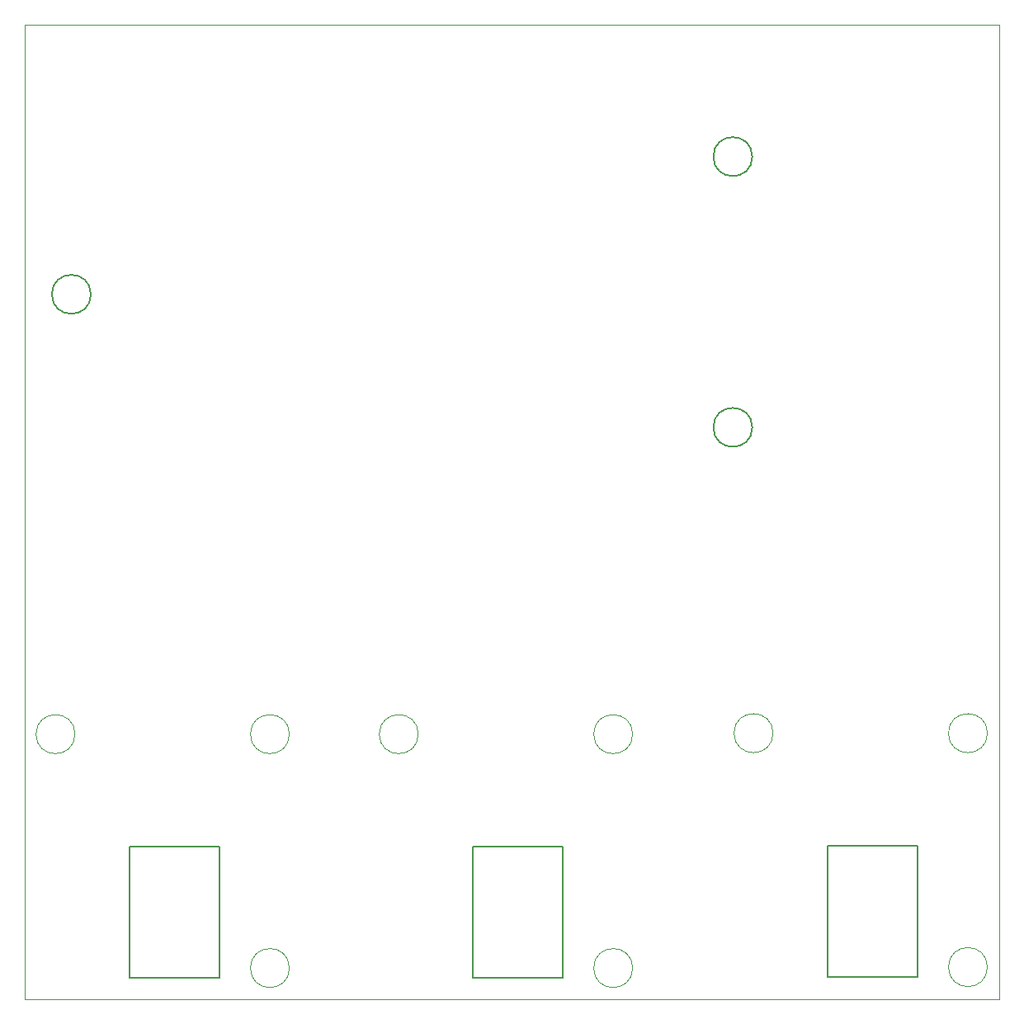
<source format=gm1>
G04 #@! TF.GenerationSoftware,KiCad,Pcbnew,7.0.10*
G04 #@! TF.CreationDate,2024-01-17T23:16:48-03:00*
G04 #@! TF.ProjectId,ligeirinho,6c696765-6972-4696-9e68-6f2e6b696361,rev?*
G04 #@! TF.SameCoordinates,Original*
G04 #@! TF.FileFunction,Profile,NP*
%FSLAX46Y46*%
G04 Gerber Fmt 4.6, Leading zero omitted, Abs format (unit mm)*
G04 Created by KiCad (PCBNEW 7.0.10) date 2024-01-17 23:16:48*
%MOMM*%
%LPD*%
G01*
G04 APERTURE LIST*
G04 #@! TA.AperFunction,Profile*
%ADD10C,0.100000*%
G04 #@! TD*
G04 #@! TA.AperFunction,Profile*
%ADD11C,0.050000*%
G04 #@! TD*
G04 #@! TA.AperFunction,Profile*
%ADD12C,0.200000*%
G04 #@! TD*
G04 #@! TA.AperFunction,Profile*
%ADD13C,0.150000*%
G04 #@! TD*
G04 APERTURE END LIST*
D10*
X92390000Y-112785000D02*
G75*
G03*
X88390000Y-112785000I-2000000J0D01*
G01*
X88390000Y-112785000D02*
G75*
G03*
X92390000Y-112785000I2000000J0D01*
G01*
X70390000Y-112785000D02*
G75*
G03*
X66390000Y-112785000I-2000000J0D01*
G01*
X66390000Y-112785000D02*
G75*
G03*
X70390000Y-112785000I2000000J0D01*
G01*
X92390000Y-136785000D02*
G75*
G03*
X88390000Y-136785000I-2000000J0D01*
G01*
X88390000Y-136785000D02*
G75*
G03*
X92390000Y-136785000I2000000J0D01*
G01*
X128790000Y-112685000D02*
G75*
G03*
X124790000Y-112685000I-2000000J0D01*
G01*
X124790000Y-112685000D02*
G75*
G03*
X128790000Y-112685000I2000000J0D01*
G01*
X106790000Y-112685000D02*
G75*
G03*
X102790000Y-112685000I-2000000J0D01*
G01*
X102790000Y-112685000D02*
G75*
G03*
X106790000Y-112685000I2000000J0D01*
G01*
X128790000Y-136685000D02*
G75*
G03*
X124790000Y-136685000I-2000000J0D01*
G01*
X124790000Y-136685000D02*
G75*
G03*
X128790000Y-136685000I2000000J0D01*
G01*
D11*
X30000000Y-40000000D02*
X130000000Y-40000000D01*
X130000000Y-140000000D01*
X30000000Y-140000000D01*
X30000000Y-40000000D01*
D10*
X35166000Y-112785000D02*
G75*
G03*
X31166000Y-112785000I-2000000J0D01*
G01*
X31166000Y-112785000D02*
G75*
G03*
X35166000Y-112785000I2000000J0D01*
G01*
X57166000Y-136785000D02*
G75*
G03*
X53166000Y-136785000I-2000000J0D01*
G01*
X53166000Y-136785000D02*
G75*
G03*
X57166000Y-136785000I2000000J0D01*
G01*
X57166000Y-112785000D02*
G75*
G03*
X53166000Y-112785000I-2000000J0D01*
G01*
X53166000Y-112785000D02*
G75*
G03*
X57166000Y-112785000I2000000J0D01*
G01*
D12*
X36795000Y-67655000D02*
G75*
G03*
X32795000Y-67655000I-2000000J0D01*
G01*
X32795000Y-67655000D02*
G75*
G03*
X36795000Y-67655000I2000000J0D01*
G01*
X104665000Y-53525000D02*
G75*
G03*
X100665000Y-53525000I-2000000J0D01*
G01*
X100665000Y-53525000D02*
G75*
G03*
X104665000Y-53525000I2000000J0D01*
G01*
X104665000Y-81305000D02*
G75*
G03*
X100665000Y-81305000I-2000000J0D01*
G01*
X100665000Y-81305000D02*
G75*
G03*
X104665000Y-81305000I2000000J0D01*
G01*
D13*
X76024000Y-124325000D02*
X85224000Y-124325000D01*
X76024000Y-137785000D02*
X76024000Y-124325000D01*
X85224000Y-124325000D02*
X85224000Y-137785000D01*
X85224000Y-137785000D02*
X76024000Y-137785000D01*
X112424000Y-124225000D02*
X121624000Y-124225000D01*
X112424000Y-137685000D02*
X112424000Y-124225000D01*
X121624000Y-124225000D02*
X121624000Y-137685000D01*
X121624000Y-137685000D02*
X112424000Y-137685000D01*
X40800000Y-124325000D02*
X50000000Y-124325000D01*
X40800000Y-137785000D02*
X40800000Y-124325000D01*
X50000000Y-124325000D02*
X50000000Y-137785000D01*
X50000000Y-137785000D02*
X40800000Y-137785000D01*
M02*

</source>
